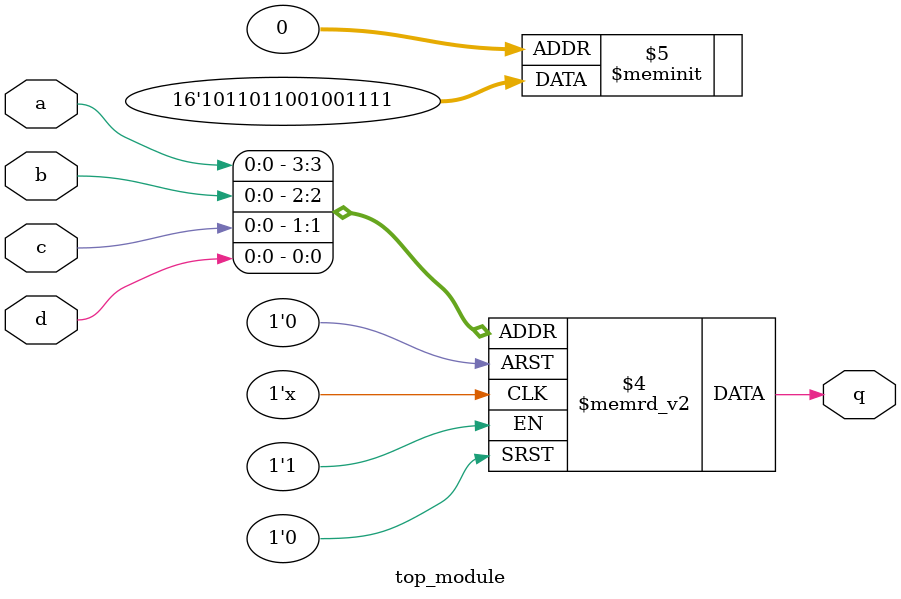
<source format=sv>
module top_module (
    input a,
    input b,
    input c,
    input d,
    output reg q
);

    always @* begin
        case ({a, b, c, d})
            4'b0000: q = 1;
            4'b0001: q = 1;
            4'b0010: q = 1;
            4'b0011: q = 1;
            4'b0100: q = 0;
            4'b0101: q = 0;
            4'b0110: q = 1;
            4'b0111: q = 0;
            4'b1000: q = 0;
            4'b1001: q = 1;
            4'b1010: q = 1;
            4'b1011: q = 0;
            4'b1100: q = 1;
            4'b1101: q = 1;
            4'b1110: q = 0;
            4'b1111: q = 1;
        endcase
    end

endmodule

</source>
